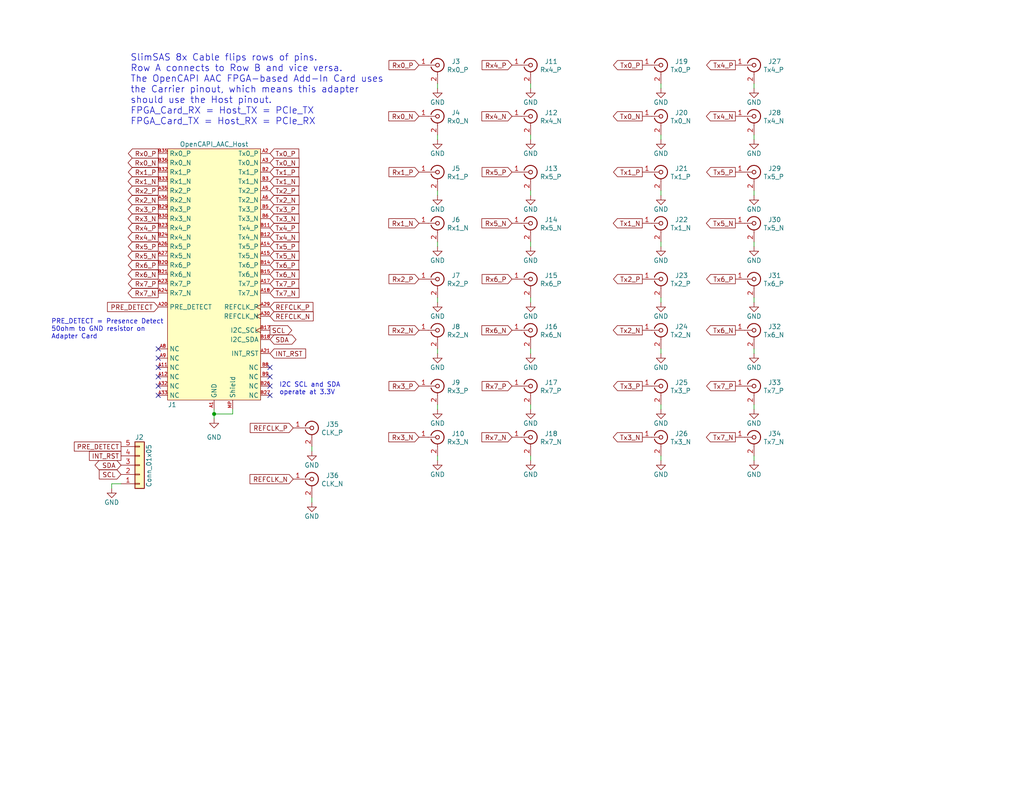
<source format=kicad_sch>
(kicad_sch (version 20230121) (generator eeschema)
  (paper "USLetter")
  (title_block (title "PCI-Express to SlimSAS 8x Adapter") (rev "A") (company "mwrnd") (comment 1 "github.com/mwrnd/SlimSAS8x_Breakout") (comment 2 "SlimSAS 8x Breakout"))
  (lib_symbols
    (symbol "Connector:Conn_Coaxial" (pin_names (offset 1.016) hide)
      (property "Reference" "J" (at 0.254 3.048 0))
      (property "Value" "Conn_Coaxial" (at 2.921 0 90))
      (symbol "Conn_Coaxial_0_1"
        (arc (start -1.778 -0.508) (mid 0.2311 -1.8066) (end 1.778 0) (stroke (width 0.254)))
        (polyline (pts (xy -2.54 0) (xy -0.508 0)))
        (polyline (pts (xy 0 -2.54) (xy 0 -1.778)))
        (circle (center 0 0) (radius 0.508) (stroke (width 0.2032)))
        (arc (start 1.778 0) (mid 0.2099 1.8101) (end -1.778 0.508) (stroke (width 0.254)))
      )
      (symbol "Conn_Coaxial_1_1"
        (pin passive line (at -5.08 0 0) (length 2.54) (name "In") (number "1"))
        (pin passive line (at 0 -5.08 90) (length 2.54) (name "Ext") (number "2"))
      )
    )
    (symbol "Connector_Generic:Conn_01x05" (pin_names (offset 1.016) hide)
      (property "Reference" "J" (at 0 7.62 0))
      (property "Value" "Conn_01x05" (at 0 -7.62 0))
      (symbol "Conn_01x05_1_1"
        (rectangle (start -1.27 -4.953) (end 0 -5.207) (stroke (width 0.1524)))
        (rectangle (start -1.27 -2.413) (end 0 -2.667) (stroke (width 0.1524)))
        (rectangle (start -1.27 0.127) (end 0 -0.127) (stroke (width 0.1524)))
        (rectangle (start -1.27 2.667) (end 0 2.413) (stroke (width 0.1524)))
        (rectangle (start -1.27 5.207) (end 0 4.953) (stroke (width 0.1524)))
        (rectangle (start -1.27 6.35) (end 1.27 -6.35) (stroke (width 0.254)) (fill (type background)))
        (pin passive line (at -5.08 5.08 0) (length 3.81) (name "Pin_1") (number "1"))
        (pin passive line (at -5.08 2.54 0) (length 3.81) (name "Pin_2") (number "2"))
        (pin passive line (at -5.08 0 0) (length 3.81) (name "Pin_3") (number "3"))
        (pin passive line (at -5.08 -2.54 0) (length 3.81) (name "Pin_4") (number "4"))
        (pin passive line (at -5.08 -5.08 0) (length 3.81) (name "Pin_5") (number "5"))
      )
    )
    (symbol "OpenCAPI_AAC:OpenCAPI_AAC_Host"
      (property "Reference" "J" (at 10.16 -35.56 0))
      (property "Value" "OpenCAPI_AAC_Host" (at 0 35.56 0))
      (symbol "OpenCAPI_AAC_Host_0_1"
        (rectangle (start -12.7 34.29) (end 12.7 -34.29) (fill (type background)))
      )
      (symbol "OpenCAPI_AAC_Host_1_1"
        (pin power_in line (at 0 -36.83 90) (length 2.54) (name "GND") (number "A1"))
        (pin passive line (at 0 -36.83 90) (length 2.54) hide (name "GND") (number "A10"))
        (pin unspecified line (at -15.24 -25.4 0) (length 2.54) (name "NC") (number "A11"))
        (pin unspecified line (at -15.24 -27.94 0) (length 2.54) (name "NC") (number "A12"))
        (pin passive line (at 0 -36.83 90) (length 2.54) hide (name "GND") (number "A13"))
        (pin output line (at 15.24 7.62 180) (length 2.54) (name "Tx5_P") (number "A14"))
        (pin output line (at 15.24 5.08 180) (length 2.54) (name "Tx5_N") (number "A15"))
        (pin passive line (at 0 -36.83 90) (length 2.54) hide (name "GND") (number "A16"))
        (pin output line (at 15.24 -2.54 180) (length 2.54) (name "Tx7_P") (number "A17"))
        (pin output line (at 15.24 -5.08 180) (length 2.54) (name "Tx7_N") (number "A18"))
        (pin passive line (at 0 -36.83 90) (length 2.54) hide (name "GND") (number "A19"))
        (pin output line (at 15.24 33.02 180) (length 2.54) (name "Tx0_P") (number "A2"))
        (pin input line (at -15.24 -8.89 0) (length 2.54) (name "PRE_DETECT") (number "A20"))
        (pin output line (at 15.24 -21.59 180) (length 2.54) (name "INT_RST") (number "A21"))
        (pin passive line (at 0 -36.83 90) (length 2.54) hide (name "GND") (number "A22"))
        (pin input line (at -15.24 -2.54 0) (length 2.54) (name "Rx7_P") (number "A23"))
        (pin input line (at -15.24 -5.08 0) (length 2.54) (name "Rx7_N") (number "A24"))
        (pin passive line (at 0 -36.83 90) (length 2.54) hide (name "GND") (number "A25"))
        (pin input line (at -15.24 7.62 0) (length 2.54) (name "Rx5_P") (number "A26"))
        (pin input line (at -15.24 5.08 0) (length 2.54) (name "Rx5_N") (number "A27"))
        (pin passive line (at 0 -36.83 90) (length 2.54) hide (name "GND") (number "A28"))
        (pin output clock (at 15.24 -8.89 180) (length 2.54) (name "REFCLK_P") (number "A29"))
        (pin output line (at 15.24 30.48 180) (length 2.54) (name "Tx0_N") (number "A3"))
        (pin output clock (at 15.24 -11.43 180) (length 2.54) (name "REFCLK_N") (number "A30"))
        (pin passive line (at 0 -36.83 90) (length 2.54) hide (name "GND") (number "A31"))
        (pin unspecified line (at -15.24 -30.48 0) (length 2.54) (name "NC") (number "A32"))
        (pin unspecified line (at -15.24 -33.02 0) (length 2.54) (name "NC") (number "A33"))
        (pin passive line (at 0 -36.83 90) (length 2.54) hide (name "GND") (number "A34"))
        (pin input line (at -15.24 22.86 0) (length 2.54) (name "Rx2_P") (number "A35"))
        (pin input line (at -15.24 20.32 0) (length 2.54) (name "Rx2_N") (number "A36"))
        (pin passive line (at 0 -36.83 90) (length 2.54) hide (name "GND") (number "A37"))
        (pin passive line (at 0 -36.83 90) (length 2.54) hide (name "GND") (number "A4"))
        (pin output line (at 15.24 22.86 180) (length 2.54) (name "Tx2_P") (number "A5"))
        (pin output line (at 15.24 20.32 180) (length 2.54) (name "Tx2_N") (number "A6"))
        (pin passive line (at 0 -36.83 90) (length 2.54) hide (name "GND") (number "A7"))
        (pin unspecified line (at -15.24 -20.32 0) (length 2.54) (name "NC") (number "A8"))
        (pin unspecified line (at -15.24 -22.86 0) (length 2.54) (name "NC") (number "A9"))
        (pin passive line (at 0 -36.83 90) (length 2.54) hide (name "GND") (number "B1"))
        (pin passive line (at 0 -36.83 90) (length 2.54) hide (name "GND") (number "B10"))
        (pin output line (at 15.24 12.7 180) (length 2.54) (name "Tx4_P") (number "B11"))
        (pin output line (at 15.24 10.16 180) (length 2.54) (name "Tx4_N") (number "B12"))
        (pin passive line (at 0 -36.83 90) (length 2.54) hide (name "GND") (number "B13"))
        (pin output line (at 15.24 2.54 180) (length 2.54) (name "Tx6_P") (number "B14"))
        (pin output line (at 15.24 0 180) (length 2.54) (name "Tx6_N") (number "B15"))
        (pin passive line (at 0 -36.83 90) (length 2.54) hide (name "GND") (number "B16"))
        (pin output clock (at 15.24 -15.24 180) (length 2.54) (name "I2C_SCL") (number "B17"))
        (pin bidirectional line (at 15.24 -17.78 180) (length 2.54) (name "I2C_SDA") (number "B18"))
        (pin passive line (at 0 -36.83 90) (length 2.54) hide (name "GND") (number "B19"))
        (pin output line (at 15.24 27.94 180) (length 2.54) (name "Tx1_P") (number "B2"))
        (pin input line (at -15.24 2.54 0) (length 2.54) (name "Rx6_P") (number "B20"))
        (pin input line (at -15.24 0 0) (length 2.54) (name "Rx6_N") (number "B21"))
        (pin passive line (at 0 -36.83 90) (length 2.54) hide (name "GND") (number "B22"))
        (pin input line (at -15.24 12.7 0) (length 2.54) (name "Rx4_P") (number "B23"))
        (pin input line (at -15.24 10.16 0) (length 2.54) (name "Rx4_N") (number "B24"))
        (pin passive line (at 0 -36.83 90) (length 2.54) hide (name "GND") (number "B25"))
        (pin unspecified line (at 15.24 -30.48 180) (length 2.54) (name "NC") (number "B26"))
        (pin unspecified line (at 15.24 -33.02 180) (length 2.54) (name "NC") (number "B27"))
        (pin passive line (at 0 -36.83 90) (length 2.54) hide (name "GND") (number "B28"))
        (pin input line (at -15.24 17.78 0) (length 2.54) (name "Rx3_P") (number "B29"))
        (pin output line (at 15.24 25.4 180) (length 2.54) (name "Tx1_N") (number "B3"))
        (pin input line (at -15.24 15.24 0) (length 2.54) (name "Rx3_N") (number "B30"))
        (pin passive line (at 0 -36.83 90) (length 2.54) hide (name "GND") (number "B31"))
        (pin input line (at -15.24 27.94 0) (length 2.54) (name "Rx1_P") (number "B32"))
        (pin input line (at -15.24 25.4 0) (length 2.54) (name "Rx1_N") (number "B33"))
        (pin passive line (at 0 -36.83 90) (length 2.54) hide (name "GND") (number "B34"))
        (pin input line (at -15.24 33.02 0) (length 2.54) (name "Rx0_P") (number "B35"))
        (pin input line (at -15.24 30.48 0) (length 2.54) (name "Rx0_N") (number "B36"))
        (pin passive line (at 0 -36.83 90) (length 2.54) hide (name "GND") (number "B37"))
        (pin passive line (at 0 -36.83 90) (length 2.54) hide (name "GND") (number "B4"))
        (pin output line (at 15.24 17.78 180) (length 2.54) (name "Tx3_P") (number "B5"))
        (pin output line (at 15.24 15.24 180) (length 2.54) (name "Tx3_N") (number "B6"))
        (pin passive line (at 0 -36.83 90) (length 2.54) hide (name "GND") (number "B7"))
        (pin unspecified line (at 15.24 -25.4 180) (length 2.54) (name "NC") (number "B8"))
        (pin unspecified line (at 15.24 -27.94 180) (length 2.54) (name "NC") (number "B9"))
        (pin passive line (at 5.08 -36.83 90) (length 2.54) (name "Shield") (number "MP"))
      )
    )
    (symbol "power:GND" (power) (pin_names (offset 0))
      (property "Value" "GND" (at 0 -3.81 0))
      (symbol "GND_0_1"
        (polyline (pts (xy 0 0) (xy 0 -1.27) (xy 1.27 -1.27) (xy 0 -2.54) (xy -1.27 -1.27) (xy 0 -1.27)))
      )
      (symbol "GND_1_1"
        (pin power_in line (at 0 0 270) (length 0) hide (name "GND") (number "1"))
      )
    )
  )
  (junction (at 58.42 113.03))
  (no_connect (at 43.18 100.33))
  (no_connect (at 73.66 100.33))
  (no_connect (at 43.18 95.25))
  (no_connect (at 43.18 102.87))
  (no_connect (at 43.18 107.95))
  (no_connect (at 73.66 107.95))
  (no_connect (at 43.18 97.79))
  (no_connect (at 43.18 105.41))
  (no_connect (at 73.66 105.41))
  (no_connect (at 73.66 102.87))
  (wire (pts (xy 119.38 81.28) (xy 119.38 82.55)))
  (wire (pts (xy 119.38 95.25) (xy 119.38 96.52)))
  (wire (pts (xy 144.78 110.49) (xy 144.78 111.76)))
  (wire (pts (xy 85.09 135.89) (xy 85.09 137.16)))
  (wire (pts (xy 205.74 110.49) (xy 205.74 111.76)))
  (wire (pts (xy 205.74 52.07) (xy 205.74 53.34)))
  (wire (pts (xy 205.74 36.83) (xy 205.74 38.1)))
  (wire (pts (xy 144.78 81.28) (xy 144.78 82.55)))
  (wire (pts (xy 144.78 66.04) (xy 144.78 67.31)))
  (wire (pts (xy 119.38 22.86) (xy 119.38 24.13)))
  (wire (pts (xy 119.38 110.49) (xy 119.38 111.76)))
  (wire (pts (xy 180.34 110.49) (xy 180.34 111.76)))
  (wire (pts (xy 144.78 52.07) (xy 144.78 53.34)))
  (wire (pts (xy 144.78 22.86) (xy 144.78 24.13)))
  (wire (pts (xy 180.34 36.83) (xy 180.34 38.1)))
  (wire (pts (xy 180.34 22.86) (xy 180.34 24.13)))
  (wire (pts (xy 205.74 95.25) (xy 205.74 96.52)))
  (wire (pts (xy 205.74 66.04) (xy 205.74 67.31)))
  (wire (pts (xy 33.02 132.08) (xy 30.48 132.08)))
  (wire (pts (xy 30.48 132.08) (xy 30.48 133.35)))
  (wire (pts (xy 205.74 124.46) (xy 205.74 125.73)))
  (wire (pts (xy 144.78 95.25) (xy 144.78 96.52)))
  (wire (pts (xy 144.78 124.46) (xy 144.78 125.73)))
  (wire (pts (xy 205.74 22.86) (xy 205.74 24.13)))
  (wire (pts (xy 180.34 52.07) (xy 180.34 53.34)))
  (wire (pts (xy 180.34 66.04) (xy 180.34 67.31)))
  (wire (pts (xy 180.34 95.25) (xy 180.34 96.52)))
  (wire (pts (xy 119.38 124.46) (xy 119.38 125.73)))
  (wire (pts (xy 180.34 124.46) (xy 180.34 125.73)))
  (wire (pts (xy 205.74 81.28) (xy 205.74 82.55)))
  (wire (pts (xy 144.78 36.83) (xy 144.78 38.1)))
  (wire (pts (xy 119.38 52.07) (xy 119.38 53.34)))
  (wire (pts (xy 180.34 81.28) (xy 180.34 82.55)))
  (wire (pts (xy 58.42 113.03) (xy 63.5 113.03)))
  (wire (pts (xy 58.42 111.76) (xy 58.42 113.03)))
  (wire (pts (xy 58.42 113.03) (xy 58.42 114.3)))
  (wire (pts (xy 63.5 111.76) (xy 63.5 113.03)))
  (wire (pts (xy 85.09 121.92) (xy 85.09 123.19)))
  (wire (pts (xy 119.38 36.83) (xy 119.38 38.1)))
  (wire (pts (xy 119.38 66.04) (xy 119.38 67.31)))
  (text "I2C SCL and SDA\noperate at 3.3V" (at 76.2 107.95 0) (effects (font (size 1.27 1.27)) (justify left bottom)))
  (text "SlimSAS 8x Cable flips rows of pins.\nRow A connects to Row B and vice versa.\nThe OpenCAPI AAC FPGA-based Add-In Card uses\nthe Carrier pinout, which means this adapter\nshould use the Host pinout.\nFPGA_Card_RX = Host_TX = PCIe_TX\nFPGA_Card_TX = Host_RX = PCIe_RX" (at 35.56 34.29 0) (effects (font (size 1.8 1.8)) (justify left bottom)))
  (text "PRE_DETECT = Presence Detect\n50ohm to GND resistor on\nAdapter Card\n" (at 13.97 92.71 0) (effects (font (size 1.27 1.27)) (justify left bottom)))
  (global_label "Rx7_N" (shape input) (at 139.7 119.38 180) (property "Intersheetrefs" "${INTERSHEET_REFS}" (effects hide)))
  (global_label "Rx3_P" (shape output) (at 43.18 57.15 180) (property "Intersheetrefs" "${INTERSHEET_REFS}" (effects hide)))
  (global_label "Rx2_P" (shape input) (at 114.3 76.2 180) (property "Intersheetrefs" "${INTERSHEET_REFS}" (effects hide)))
  (global_label "Rx1_P" (shape output) (at 43.18 46.99 180) (property "Intersheetrefs" "${INTERSHEET_REFS}" (effects hide)))
  (global_label "Rx0_N" (shape output) (at 43.18 44.45 180) (property "Intersheetrefs" "${INTERSHEET_REFS}" (effects hide)))
  (global_label "Rx1_P" (shape input) (at 114.3 46.99 180) (property "Intersheetrefs" "${INTERSHEET_REFS}" (effects hide)))
  (global_label "SCL" (shape output) (at 73.66 90.17 0) (property "Intersheetrefs" "${INTERSHEET_REFS}" (effects hide)))
  (global_label "REFCLK_P" (shape input) (at 80.01 116.84 180) (property "Intersheetrefs" "${INTERSHEET_REFS}" (effects hide)))
  (global_label "Rx6_P" (shape output) (at 43.18 72.39 180) (property "Intersheetrefs" "${INTERSHEET_REFS}" (effects hide)))
  (global_label "Tx7_P" (shape output) (at 200.66 105.41 180) (property "Intersheetrefs" "${INTERSHEET_REFS}" (effects hide)))
  (global_label "Tx1_P" (shape output) (at 175.26 46.99 180) (property "Intersheetrefs" "${INTERSHEET_REFS}" (effects hide)))
  (global_label "Rx0_N" (shape input) (at 114.3 31.75 180) (property "Intersheetrefs" "${INTERSHEET_REFS}" (effects hide)))
  (global_label "Rx3_N" (shape output) (at 43.18 59.69 180) (property "Intersheetrefs" "${INTERSHEET_REFS}" (effects hide)))
  (global_label "Rx2_N" (shape input) (at 114.3 90.17 180) (property "Intersheetrefs" "${INTERSHEET_REFS}" (effects hide)))
  (global_label "Tx7_N" (shape input) (at 73.66 80.01 0) (property "Intersheetrefs" "${INTERSHEET_REFS}" (effects hide)))
  (global_label "Tx3_N" (shape input) (at 73.66 59.69 0) (property "Intersheetrefs" "${INTERSHEET_REFS}" (effects hide)))
  (global_label "Tx5_P" (shape output) (at 200.66 46.99 180) (property "Intersheetrefs" "${INTERSHEET_REFS}" (effects hide)))
  (global_label "Tx4_P" (shape output) (at 200.66 17.78 180) (property "Intersheetrefs" "${INTERSHEET_REFS}" (effects hide)))
  (global_label "Rx1_N" (shape input) (at 114.3 60.96 180) (property "Intersheetrefs" "${INTERSHEET_REFS}" (effects hide)))
  (global_label "Rx2_N" (shape output) (at 43.18 54.61 180) (property "Intersheetrefs" "${INTERSHEET_REFS}" (effects hide)))
  (global_label "Tx6_N" (shape output) (at 200.66 90.17 180) (property "Intersheetrefs" "${INTERSHEET_REFS}" (effects hide)))
  (global_label "Tx3_P" (shape output) (at 175.26 105.41 180) (property "Intersheetrefs" "${INTERSHEET_REFS}" (effects hide)))
  (global_label "Rx7_P" (shape output) (at 43.18 77.47 180) (property "Intersheetrefs" "${INTERSHEET_REFS}" (effects hide)))
  (global_label "Rx5_P" (shape input) (at 139.7 46.99 180) (property "Intersheetrefs" "${INTERSHEET_REFS}" (effects hide)))
  (global_label "Tx0_P" (shape input) (at 73.66 41.91 0) (property "Intersheetrefs" "${INTERSHEET_REFS}" (effects hide)))
  (global_label "Rx5_N" (shape output) (at 43.18 69.85 180) (property "Intersheetrefs" "${INTERSHEET_REFS}" (effects hide)))
  (global_label "SDA" (shape bidirectional) (at 33.02 127 180) (property "Intersheetrefs" "${INTERSHEET_REFS}" (effects hide)))
  (global_label "Tx1_N" (shape input) (at 73.66 49.53 0) (property "Intersheetrefs" "${INTERSHEET_REFS}" (effects hide)))
  (global_label "REFCLK_P" (shape input) (at 73.66 83.82 0) (property "Intersheetrefs" "${INTERSHEET_REFS}" (effects hide)))
  (global_label "Rx6_N" (shape input) (at 139.7 90.17 180) (property "Intersheetrefs" "${INTERSHEET_REFS}" (effects hide)))
  (global_label "Tx5_N" (shape input) (at 73.66 69.85 0) (property "Intersheetrefs" "${INTERSHEET_REFS}" (effects hide)))
  (global_label "Tx4_N" (shape output) (at 200.66 31.75 180) (property "Intersheetrefs" "${INTERSHEET_REFS}" (effects hide)))
  (global_label "Tx4_N" (shape input) (at 73.66 64.77 0) (property "Intersheetrefs" "${INTERSHEET_REFS}" (effects hide)))
  (global_label "Rx6_N" (shape output) (at 43.18 74.93 180) (property "Intersheetrefs" "${INTERSHEET_REFS}" (effects hide)))
  (global_label "Rx2_P" (shape output) (at 43.18 52.07 180) (property "Intersheetrefs" "${INTERSHEET_REFS}" (effects hide)))
  (global_label "Rx5_N" (shape input) (at 139.7 60.96 180) (property "Intersheetrefs" "${INTERSHEET_REFS}" (effects hide)))
  (global_label "Rx0_P" (shape input) (at 114.3 17.78 180) (property "Intersheetrefs" "${INTERSHEET_REFS}" (effects hide)))
  (global_label "INT_RST" (shape input) (at 73.66 96.52 0) (property "Intersheetrefs" "${INTERSHEET_REFS}" (effects hide)))
  (global_label "Tx2_P" (shape output) (at 175.26 76.2 180) (property "Intersheetrefs" "${INTERSHEET_REFS}" (effects hide)))
  (global_label "Rx4_N" (shape output) (at 43.18 64.77 180) (property "Intersheetrefs" "${INTERSHEET_REFS}" (effects hide)))
  (global_label "Tx1_P" (shape input) (at 73.66 46.99 0) (property "Intersheetrefs" "${INTERSHEET_REFS}" (effects hide)))
  (global_label "REFCLK_N" (shape input) (at 80.01 130.81 180) (property "Intersheetrefs" "${INTERSHEET_REFS}" (effects hide)))
  (global_label "Tx6_P" (shape output) (at 200.66 76.2 180) (property "Intersheetrefs" "${INTERSHEET_REFS}" (effects hide)))
  (global_label "Rx7_N" (shape output) (at 43.18 80.01 180) (property "Intersheetrefs" "${INTERSHEET_REFS}" (effects hide)))
  (global_label "Tx2_N" (shape output) (at 175.26 90.17 180) (property "Intersheetrefs" "${INTERSHEET_REFS}" (effects hide)))
  (global_label "Tx0_P" (shape output) (at 175.26 17.78 180) (property "Intersheetrefs" "${INTERSHEET_REFS}" (effects hide)))
  (global_label "INT_RST" (shape passive) (at 33.02 124.46 180) (property "Intersheetrefs" "${INTERSHEET_REFS}" (effects hide)))
  (global_label "Tx3_P" (shape input) (at 73.66 57.15 0) (property "Intersheetrefs" "${INTERSHEET_REFS}" (effects hide)))
  (global_label "Tx1_N" (shape output) (at 175.26 60.96 180) (property "Intersheetrefs" "${INTERSHEET_REFS}" (effects hide)))
  (global_label "Rx7_P" (shape input) (at 139.7 105.41 180) (property "Intersheetrefs" "${INTERSHEET_REFS}" (effects hide)))
  (global_label "SDA" (shape bidirectional) (at 73.66 92.71 0) (property "Intersheetrefs" "${INTERSHEET_REFS}" (effects hide)))
  (global_label "Rx3_P" (shape input) (at 114.3 105.41 180) (property "Intersheetrefs" "${INTERSHEET_REFS}" (effects hide)))
  (global_label "Rx4_P" (shape output) (at 43.18 62.23 180) (property "Intersheetrefs" "${INTERSHEET_REFS}" (effects hide)))
  (global_label "Tx4_P" (shape input) (at 73.66 62.23 0) (property "Intersheetrefs" "${INTERSHEET_REFS}" (effects hide)))
  (global_label "PRE_DETECT" (shape passive) (at 33.02 121.92 180) (property "Intersheetrefs" "${INTERSHEET_REFS}" (effects hide)))
  (global_label "Tx7_P" (shape input) (at 73.66 77.47 0) (property "Intersheetrefs" "${INTERSHEET_REFS}" (effects hide)))
  (global_label "SCL" (shape input) (at 33.02 129.54 180) (property "Intersheetrefs" "${INTERSHEET_REFS}" (effects hide)))
  (global_label "PRE_DETECT" (shape input) (at 43.18 83.82 180) (property "Intersheetrefs" "${INTERSHEET_REFS}" (effects hide)))
  (global_label "Tx2_P" (shape input) (at 73.66 52.07 0) (property "Intersheetrefs" "${INTERSHEET_REFS}" (effects hide)))
  (global_label "Rx1_N" (shape output) (at 43.18 49.53 180) (property "Intersheetrefs" "${INTERSHEET_REFS}" (effects hide)))
  (global_label "Tx7_N" (shape output) (at 200.66 119.38 180) (property "Intersheetrefs" "${INTERSHEET_REFS}" (effects hide)))
  (global_label "Rx3_N" (shape input) (at 114.3 119.38 180) (property "Intersheetrefs" "${INTERSHEET_REFS}" (effects hide)))
  (global_label "Tx0_N" (shape input) (at 73.66 44.45 0) (property "Intersheetrefs" "${INTERSHEET_REFS}" (effects hide)))
  (global_label "Rx5_P" (shape output) (at 43.18 67.31 180) (property "Intersheetrefs" "${INTERSHEET_REFS}" (effects hide)))
  (global_label "Tx6_N" (shape input) (at 73.66 74.93 0) (property "Intersheetrefs" "${INTERSHEET_REFS}" (effects hide)))
  (global_label "Tx5_P" (shape input) (at 73.66 67.31 0) (property "Intersheetrefs" "${INTERSHEET_REFS}" (effects hide)))
  (global_label "Rx0_P" (shape output) (at 43.18 41.91 180) (property "Intersheetrefs" "${INTERSHEET_REFS}" (effects hide)))
  (global_label "Tx2_N" (shape input) (at 73.66 54.61 0) (property "Intersheetrefs" "${INTERSHEET_REFS}" (effects hide)))
  (global_label "Rx4_N" (shape input) (at 139.7 31.75 180) (property "Intersheetrefs" "${INTERSHEET_REFS}" (effects hide)))
  (global_label "REFCLK_N" (shape input) (at 73.66 86.36 0) (property "Intersheetrefs" "${INTERSHEET_REFS}" (effects hide)))
  (global_label "Rx6_P" (shape input) (at 139.7 76.2 180) (property "Intersheetrefs" "${INTERSHEET_REFS}" (effects hide)))
  (global_label "Tx6_P" (shape input) (at 73.66 72.39 0) (property "Intersheetrefs" "${INTERSHEET_REFS}" (effects hide)))
  (global_label "Tx0_N" (shape output) (at 175.26 31.75 180) (property "Intersheetrefs" "${INTERSHEET_REFS}" (effects hide)))
  (global_label "Tx3_N" (shape output) (at 175.26 119.38 180) (property "Intersheetrefs" "${INTERSHEET_REFS}" (effects hide)))
  (global_label "Rx4_P" (shape input) (at 139.7 17.78 180) (property "Intersheetrefs" "${INTERSHEET_REFS}" (effects hide)))
  (global_label "Tx5_N" (shape output) (at 200.66 60.96 180) (property "Intersheetrefs" "${INTERSHEET_REFS}" (effects hide)))
  (symbol (lib_id "Connector:Conn_Coaxial") (at 180.34 76.2 0) (unit 1)
    (property "Reference" "J23" (at 184.15 75.2231 0) (effects (justify left)))
    (property "Value" "Tx2_P" (at 182.88 77.47 0) (effects (justify left)))
    (property "Footprint" "U.FL_w_Label:U.FL_Hirose_w_Label" (effects hide))
    (property "Datasheet" " ~" (effects hide))
  )
  (symbol (lib_id "Connector:Conn_Coaxial") (at 119.38 17.78 0) (unit 1)
    (property "Reference" "J3" (at 123.19 16.8031 0) (effects (justify left)))
    (property "Value" "Rx0_P" (at 121.92 19.05 0) (effects (justify left)))
    (property "Footprint" "U.FL_w_Label:U.FL_Hirose_w_Label" (effects hide))
    (property "Datasheet" " ~" (effects hide))
  )
  (symbol (lib_id "Connector:Conn_Coaxial") (at 205.74 119.38 0) (unit 1)
    (property "Reference" "J34" (at 209.55 118.4031 0) (effects (justify left)))
    (property "Value" "Tx7_N" (at 208.28 120.65 0) (effects (justify left)))
    (property "Footprint" "U.FL_w_Label:U.FL_Hirose_w_Label" (effects hide))
    (property "Datasheet" " ~" (effects hide))
  )
  (symbol (lib_id "power:GND") (at 180.34 96.52 0) (unit 1)
    (property "Reference" "#PWR023" (effects hide))
    (property "Value" "GND" (at 180.34 100.33 0))
  )
  (symbol (lib_id "Connector:Conn_Coaxial") (at 144.78 31.75 0) (unit 1)
    (property "Reference" "J12" (at 148.59 30.7731 0) (effects (justify left)))
    (property "Value" "Rx4_N" (at 147.32 33.02 0) (effects (justify left)))
    (property "Footprint" "U.FL_w_Label:U.FL_Hirose_w_Label" (effects hide))
    (property "Datasheet" " ~" (effects hide))
  )
  (symbol (lib_id "power:GND") (at 180.34 24.13 0) (unit 1)
    (property "Reference" "#PWR018" (effects hide))
    (property "Value" "GND" (at 180.34 27.94 0))
  )
  (symbol (lib_id "power:GND") (at 144.78 125.73 0) (unit 1)
    (property "Reference" "#PWR017" (effects hide))
    (property "Value" "GND" (at 144.78 129.54 0))
  )
  (symbol (lib_id "power:GND") (at 205.74 53.34 0) (unit 1)
    (property "Reference" "#PWR028" (effects hide))
    (property "Value" "GND" (at 205.74 57.15 0))
  )
  (symbol (lib_id "power:GND") (at 180.34 125.73 0) (unit 1)
    (property "Reference" "#PWR025" (effects hide))
    (property "Value" "GND" (at 180.34 129.54 0))
  )
  (symbol (lib_id "Connector:Conn_Coaxial") (at 144.78 105.41 0) (unit 1)
    (property "Reference" "J17" (at 148.59 104.4331 0) (effects (justify left)))
    (property "Value" "Rx7_P" (at 147.32 106.68 0) (effects (justify left)))
    (property "Footprint" "U.FL_w_Label:U.FL_Hirose_w_Label" (effects hide))
    (property "Datasheet" " ~" (effects hide))
  )
  (symbol (lib_id "power:GND") (at 119.38 67.31 0) (unit 1)
    (property "Reference" "#PWR03" (effects hide))
    (property "Value" "GND" (at 119.38 71.12 0))
  )
  (symbol (lib_id "power:GND") (at 180.34 111.76 0) (unit 1)
    (property "Reference" "#PWR024" (effects hide))
    (property "Value" "GND" (at 180.34 115.57 0))
  )
  (symbol (lib_id "power:GND") (at 119.38 53.34 0) (unit 1)
    (property "Reference" "#PWR02" (effects hide))
    (property "Value" "GND" (at 119.38 57.15 0))
  )
  (symbol (lib_id "Connector:Conn_Coaxial") (at 119.38 119.38 0) (unit 1)
    (property "Reference" "J10" (at 123.19 118.4031 0) (effects (justify left)))
    (property "Value" "Rx3_N" (at 121.92 120.65 0) (effects (justify left)))
    (property "Footprint" "U.FL_w_Label:U.FL_Hirose_w_Label" (effects hide))
    (property "Datasheet" " ~" (effects hide))
  )
  (symbol (lib_id "Connector:Conn_Coaxial") (at 144.78 90.17 0) (unit 1)
    (property "Reference" "J16" (at 148.59 89.1931 0) (effects (justify left)))
    (property "Value" "Rx6_N" (at 147.32 91.44 0) (effects (justify left)))
    (property "Footprint" "U.FL_w_Label:U.FL_Hirose_w_Label" (effects hide))
    (property "Datasheet" " ~" (effects hide))
  )
  (symbol (lib_id "Connector:Conn_Coaxial") (at 119.38 31.75 0) (unit 1)
    (property "Reference" "J4" (at 123.19 30.7731 0) (effects (justify left)))
    (property "Value" "Rx0_N" (at 121.92 33.02 0) (effects (justify left)))
    (property "Footprint" "U.FL_w_Label:U.FL_Hirose_w_Label" (effects hide))
    (property "Datasheet" " ~" (effects hide))
  )
  (symbol (lib_id "power:GND") (at 144.78 38.1 0) (unit 1)
    (property "Reference" "#PWR011" (effects hide))
    (property "Value" "GND" (at 144.78 41.91 0))
  )
  (symbol (lib_id "Connector:Conn_Coaxial") (at 205.74 76.2 0) (unit 1)
    (property "Reference" "J31" (at 209.55 75.2231 0) (effects (justify left)))
    (property "Value" "Tx6_P" (at 208.28 77.47 0) (effects (justify left)))
    (property "Footprint" "U.FL_w_Label:U.FL_Hirose_w_Label" (effects hide))
    (property "Datasheet" " ~" (effects hide))
  )
  (symbol (lib_id "Connector:Conn_Coaxial") (at 144.78 76.2 0) (unit 1)
    (property "Reference" "J15" (at 148.59 75.2231 0) (effects (justify left)))
    (property "Value" "Rx6_P" (at 147.32 77.47 0) (effects (justify left)))
    (property "Footprint" "U.FL_w_Label:U.FL_Hirose_w_Label" (effects hide))
    (property "Datasheet" " ~" (effects hide))
  )
  (symbol (lib_id "Connector:Conn_Coaxial") (at 205.74 31.75 0) (unit 1)
    (property "Reference" "J28" (at 209.55 30.7731 0) (effects (justify left)))
    (property "Value" "Tx4_N" (at 208.28 33.02 0) (effects (justify left)))
    (property "Footprint" "U.FL_w_Label:U.FL_Hirose_w_Label" (effects hide))
    (property "Datasheet" " ~" (effects hide))
  )
  (symbol (lib_id "power:GND") (at 85.09 137.16 0) (unit 1)
    (property "Reference" "#PWR035" (effects hide))
    (property "Value" "GND" (at 85.09 140.97 0))
  )
  (symbol (lib_id "Connector:Conn_Coaxial") (at 119.38 46.99 0) (unit 1)
    (property "Reference" "J5" (at 123.19 46.0131 0) (effects (justify left)))
    (property "Value" "Rx1_P" (at 121.92 48.26 0) (effects (justify left)))
    (property "Footprint" "U.FL_w_Label:U.FL_Hirose_w_Label" (effects hide))
    (property "Datasheet" " ~" (effects hide))
  )
  (symbol (lib_id "Connector:Conn_Coaxial") (at 180.34 17.78 0) (unit 1)
    (property "Reference" "J19" (at 184.15 16.8031 0) (effects (justify left)))
    (property "Value" "Tx0_P" (at 182.88 19.05 0) (effects (justify left)))
    (property "Footprint" "U.FL_w_Label:U.FL_Hirose_w_Label" (effects hide))
    (property "Datasheet" " ~" (effects hide))
  )
  (symbol (lib_id "Connector:Conn_Coaxial") (at 180.34 105.41 0) (unit 1)
    (property "Reference" "J25" (at 184.15 104.4331 0) (effects (justify left)))
    (property "Value" "Tx3_P" (at 182.88 106.68 0) (effects (justify left)))
    (property "Footprint" "U.FL_w_Label:U.FL_Hirose_w_Label" (effects hide))
    (property "Datasheet" " ~" (effects hide))
  )
  (symbol (lib_id "power:GND") (at 144.78 96.52 0) (unit 1)
    (property "Reference" "#PWR015" (effects hide))
    (property "Value" "GND" (at 144.78 100.33 0))
  )
  (symbol (lib_id "power:GND") (at 180.34 53.34 0) (unit 1)
    (property "Reference" "#PWR020" (effects hide))
    (property "Value" "GND" (at 180.34 57.15 0))
  )
  (symbol (lib_id "Connector:Conn_Coaxial") (at 180.34 46.99 0) (unit 1)
    (property "Reference" "J21" (at 184.15 46.0131 0) (effects (justify left)))
    (property "Value" "Tx1_P" (at 182.88 48.26 0) (effects (justify left)))
    (property "Footprint" "U.FL_w_Label:U.FL_Hirose_w_Label" (effects hide))
    (property "Datasheet" " ~" (effects hide))
  )
  (symbol (lib_id "power:GND") (at 119.38 111.76 0) (unit 1)
    (property "Reference" "#PWR08" (effects hide))
    (property "Value" "GND" (at 119.38 115.57 0))
  )
  (symbol (lib_id "power:GND") (at 119.38 125.73 0) (unit 1)
    (property "Reference" "#PWR09" (effects hide))
    (property "Value" "GND" (at 119.38 129.54 0))
  )
  (symbol (lib_id "Connector:Conn_Coaxial") (at 180.34 60.96 0) (unit 1)
    (property "Reference" "J22" (at 184.15 59.9831 0) (effects (justify left)))
    (property "Value" "Tx1_N" (at 182.88 62.23 0) (effects (justify left)))
    (property "Footprint" "U.FL_w_Label:U.FL_Hirose_w_Label" (effects hide))
    (property "Datasheet" " ~" (effects hide))
  )
  (symbol (lib_id "Connector:Conn_Coaxial") (at 205.74 60.96 0) (unit 1)
    (property "Reference" "J30" (at 209.55 59.9831 0) (effects (justify left)))
    (property "Value" "Tx5_N" (at 208.28 62.23 0) (effects (justify left)))
    (property "Footprint" "U.FL_w_Label:U.FL_Hirose_w_Label" (effects hide))
    (property "Datasheet" " ~" (effects hide))
  )
  (symbol (lib_id "power:GND") (at 205.74 82.55 0) (unit 1)
    (property "Reference" "#PWR030" (effects hide))
    (property "Value" "GND" (at 205.74 86.36 0))
  )
  (symbol (lib_id "power:GND") (at 205.74 67.31 0) (unit 1)
    (property "Reference" "#PWR029" (effects hide))
    (property "Value" "GND" (at 205.74 71.12 0))
  )
  (symbol (lib_id "power:GND") (at 180.34 67.31 0) (unit 1)
    (property "Reference" "#PWR021" (effects hide))
    (property "Value" "GND" (at 180.34 71.12 0))
  )
  (symbol (lib_id "power:GND") (at 119.38 38.1 0) (unit 1)
    (property "Reference" "#PWR01" (effects hide))
    (property "Value" "GND" (at 119.38 41.91 0))
  )
  (symbol (lib_id "power:GND") (at 144.78 67.31 0) (unit 1)
    (property "Reference" "#PWR013" (effects hide))
    (property "Value" "GND" (at 144.78 71.12 0))
  )
  (symbol (lib_id "Connector:Conn_Coaxial") (at 119.38 76.2 0) (unit 1)
    (property "Reference" "J7" (at 123.19 75.2231 0) (effects (justify left)))
    (property "Value" "Rx2_P" (at 121.92 77.47 0) (effects (justify left)))
    (property "Footprint" "U.FL_w_Label:U.FL_Hirose_w_Label" (effects hide))
    (property "Datasheet" " ~" (effects hide))
  )
  (symbol (lib_id "power:GND") (at 180.34 38.1 0) (unit 1)
    (property "Reference" "#PWR019" (effects hide))
    (property "Value" "GND" (at 180.34 41.91 0))
  )
  (symbol (lib_id "power:GND") (at 119.38 24.13 0) (unit 1)
    (property "Reference" "#PWR0105" (effects hide))
    (property "Value" "GND" (at 119.38 27.94 0))
  )
  (symbol (lib_id "Connector:Conn_Coaxial") (at 205.74 105.41 0) (unit 1)
    (property "Reference" "J33" (at 209.55 104.4331 0) (effects (justify left)))
    (property "Value" "Tx7_P" (at 208.28 106.68 0) (effects (justify left)))
    (property "Footprint" "U.FL_w_Label:U.FL_Hirose_w_Label" (effects hide))
    (property "Datasheet" " ~" (effects hide))
  )
  (symbol (lib_id "Connector:Conn_Coaxial") (at 119.38 60.96 0) (unit 1)
    (property "Reference" "J6" (at 123.19 59.9831 0) (effects (justify left)))
    (property "Value" "Rx1_N" (at 121.92 62.23 0) (effects (justify left)))
    (property "Footprint" "U.FL_w_Label:U.FL_Hirose_w_Label" (effects hide))
    (property "Datasheet" " ~" (effects hide))
  )
  (symbol (lib_id "Connector:Conn_Coaxial") (at 144.78 119.38 0) (unit 1)
    (property "Reference" "J18" (at 148.59 118.4031 0) (effects (justify left)))
    (property "Value" "Rx7_N" (at 147.32 120.65 0) (effects (justify left)))
    (property "Footprint" "U.FL_w_Label:U.FL_Hirose_w_Label" (effects hide))
    (property "Datasheet" " ~" (effects hide))
  )
  (symbol (lib_id "power:GND") (at 180.34 82.55 0) (unit 1)
    (property "Reference" "#PWR022" (effects hide))
    (property "Value" "GND" (at 180.34 86.36 0))
  )
  (symbol (lib_id "Connector:Conn_Coaxial") (at 119.38 105.41 0) (unit 1)
    (property "Reference" "J9" (at 123.19 104.4331 0) (effects (justify left)))
    (property "Value" "Rx3_P" (at 121.92 106.68 0) (effects (justify left)))
    (property "Footprint" "U.FL_w_Label:U.FL_Hirose_w_Label" (effects hide))
    (property "Datasheet" " ~" (effects hide))
  )
  (symbol (lib_id "Connector:Conn_Coaxial") (at 119.38 90.17 0) (unit 1)
    (property "Reference" "J8" (at 123.19 89.1931 0) (effects (justify left)))
    (property "Value" "Rx2_N" (at 121.92 91.44 0) (effects (justify left)))
    (property "Footprint" "U.FL_w_Label:U.FL_Hirose_w_Label" (effects hide))
    (property "Datasheet" " ~" (effects hide))
  )
  (symbol (lib_id "power:GND") (at 144.78 53.34 0) (unit 1)
    (property "Reference" "#PWR012" (effects hide))
    (property "Value" "GND" (at 144.78 57.15 0))
  )
  (symbol (lib_id "Connector:Conn_Coaxial") (at 205.74 90.17 0) (unit 1)
    (property "Reference" "J32" (at 209.55 89.1931 0) (effects (justify left)))
    (property "Value" "Tx6_N" (at 208.28 91.44 0) (effects (justify left)))
    (property "Footprint" "U.FL_w_Label:U.FL_Hirose_w_Label" (effects hide))
    (property "Datasheet" " ~" (effects hide))
  )
  (symbol (lib_id "power:GND") (at 144.78 111.76 0) (unit 1)
    (property "Reference" "#PWR016" (effects hide))
    (property "Value" "GND" (at 144.78 115.57 0))
  )
  (symbol (lib_id "Connector:Conn_Coaxial") (at 180.34 119.38 0) (unit 1)
    (property "Reference" "J26" (at 184.15 118.4031 0) (effects (justify left)))
    (property "Value" "Tx3_N" (at 182.88 120.65 0) (effects (justify left)))
    (property "Footprint" "U.FL_w_Label:U.FL_Hirose_w_Label" (effects hide))
    (property "Datasheet" " ~" (effects hide))
  )
  (symbol (lib_id "Connector:Conn_Coaxial") (at 144.78 60.96 0) (unit 1)
    (property "Reference" "J14" (at 148.59 59.9831 0) (effects (justify left)))
    (property "Value" "Rx5_N" (at 147.32 62.23 0) (effects (justify left)))
    (property "Footprint" "U.FL_w_Label:U.FL_Hirose_w_Label" (effects hide))
    (property "Datasheet" " ~" (effects hide))
  )
  (symbol (lib_id "power:GND") (at 205.74 38.1 0) (unit 1)
    (property "Reference" "#PWR027" (effects hide))
    (property "Value" "GND" (at 205.74 41.91 0))
  )
  (symbol (lib_id "OpenCAPI_AAC:OpenCAPI_AAC_Host") (at 58.42 74.93 0) (unit 1)
    (property "Reference" "J1" (at 46.99 110.49 0))
    (property "Value" "OpenCAPI_AAC_Host" (at 58.42 39.37 0))
    (property "Footprint" "SlimSAS_8x:SlimSAS_8x_RA_U10-A474" (effects hide))
    (property "Datasheet" "adm-pcie-9v5 user manual_v1_4.pdf" (effects hide))
  )
  (symbol (lib_id "power:GND") (at 144.78 24.13 0) (unit 1)
    (property "Reference" "#PWR010" (effects hide))
    (property "Value" "GND" (at 144.78 27.94 0))
  )
  (symbol (lib_id "power:GND") (at 144.78 82.55 0) (unit 1)
    (property "Reference" "#PWR014" (effects hide))
    (property "Value" "GND" (at 144.78 86.36 0))
  )
  (symbol (lib_id "power:GND") (at 205.74 96.52 0) (unit 1)
    (property "Reference" "#PWR031" (effects hide))
    (property "Value" "GND" (at 205.74 100.33 0))
  )
  (symbol (lib_id "power:GND") (at 119.38 82.55 0) (unit 1)
    (property "Reference" "#PWR06" (effects hide))
    (property "Value" "GND" (at 119.38 86.36 0))
  )
  (symbol (lib_id "Connector:Conn_Coaxial") (at 180.34 31.75 0) (unit 1)
    (property "Reference" "J20" (at 184.15 30.7731 0) (effects (justify left)))
    (property "Value" "Tx0_N" (at 182.88 33.02 0) (effects (justify left)))
    (property "Footprint" "U.FL_w_Label:U.FL_Hirose_w_Label" (effects hide))
    (property "Datasheet" " ~" (effects hide))
  )
  (symbol (lib_id "Connector:Conn_Coaxial") (at 144.78 46.99 0) (unit 1)
    (property "Reference" "J13" (at 148.59 46.0131 0) (effects (justify left)))
    (property "Value" "Rx5_P" (at 147.32 48.26 0) (effects (justify left)))
    (property "Footprint" "U.FL_w_Label:U.FL_Hirose_w_Label" (effects hide))
    (property "Datasheet" " ~" (effects hide))
  )
  (symbol (lib_id "Connector:Conn_Coaxial") (at 205.74 17.78 0) (unit 1)
    (property "Reference" "J27" (at 209.55 16.8031 0) (effects (justify left)))
    (property "Value" "Tx4_P" (at 208.28 19.05 0) (effects (justify left)))
    (property "Footprint" "U.FL_w_Label:U.FL_Hirose_w_Label" (effects hide))
    (property "Datasheet" " ~" (effects hide))
  )
  (symbol (lib_id "power:GND") (at 205.74 125.73 0) (unit 1)
    (property "Reference" "#PWR033" (effects hide))
    (property "Value" "GND" (at 205.74 129.54 0))
  )
  (symbol (lib_id "power:GND") (at 85.09 123.19 0) (unit 1)
    (property "Reference" "#PWR034" (effects hide))
    (property "Value" "GND" (at 85.09 127 0))
  )
  (symbol (lib_id "power:GND") (at 119.38 96.52 0) (unit 1)
    (property "Reference" "#PWR07" (effects hide))
    (property "Value" "GND" (at 119.38 100.33 0))
  )
  (symbol (lib_id "Connector:Conn_Coaxial") (at 205.74 46.99 0) (unit 1)
    (property "Reference" "J29" (at 209.55 46.0131 0) (effects (justify left)))
    (property "Value" "Tx5_P" (at 208.28 48.26 0) (effects (justify left)))
    (property "Footprint" "U.FL_w_Label:U.FL_Hirose_w_Label" (effects hide))
    (property "Datasheet" " ~" (effects hide))
  )
  (symbol (lib_id "Connector:Conn_Coaxial") (at 180.34 90.17 0) (unit 1)
    (property "Reference" "J24" (at 184.15 89.1931 0) (effects (justify left)))
    (property "Value" "Tx2_N" (at 182.88 91.44 0) (effects (justify left)))
    (property "Footprint" "U.FL_w_Label:U.FL_Hirose_w_Label" (effects hide))
    (property "Datasheet" " ~" (effects hide))
  )
  (symbol (lib_id "power:GND") (at 205.74 24.13 0) (unit 1)
    (property "Reference" "#PWR026" (effects hide))
    (property "Value" "GND" (at 205.74 27.94 0))
  )
  (symbol (lib_id "Connector:Conn_Coaxial") (at 144.78 17.78 0) (unit 1)
    (property "Reference" "J11" (at 148.59 16.8031 0) (effects (justify left)))
    (property "Value" "Rx4_P" (at 147.32 19.05 0) (effects (justify left)))
    (property "Footprint" "U.FL_w_Label:U.FL_Hirose_w_Label" (effects hide))
    (property "Datasheet" " ~" (effects hide))
  )
  (symbol (lib_id "power:GND") (at 30.48 133.35 0) (unit 1)
    (property "Reference" "#PWR05" (effects hide))
    (property "Value" "GND" (at 30.48 137.16 0))
  )
  (symbol (lib_id "Connector:Conn_Coaxial") (at 85.09 130.81 0) (unit 1)
    (property "Reference" "J36" (at 88.9 129.8331 0) (effects (justify left)))
    (property "Value" "CLK_N" (at 87.63 132.08 0) (effects (justify left)))
    (property "Footprint" "U.FL_w_Label:U.FL_Hirose_w_Label" (effects hide))
    (property "Datasheet" " ~" (effects hide))
  )
  (symbol (lib_id "Connector_Generic:Conn_01x05") (at 38.1 127 0) (mirror x) (unit 1)
    (property "Reference" "J2" (at 36.83 119.38 0) (effects (justify left)))
    (property "Value" "Conn_01x05" (at 40.64 121.285 90) (effects (justify left)))
    (property "Footprint" "Connector_PinSocket_2.54mm:PinSocket_1x05_P2.54mm_Vertical" (effects hide))
  )
  (symbol (lib_id "Connector:Conn_Coaxial") (at 85.09 116.84 0) (unit 1)
    (property "Reference" "J35" (at 88.9 115.8631 0) (effects (justify left)))
    (property "Value" "CLK_P" (at 87.63 118.11 0) (effects (justify left)))
    (property "Footprint" "U.FL_w_Label:U.FL_Hirose_w_Label" (effects hide))
    (property "Datasheet" " ~" (effects hide))
  )
  (symbol (lib_id "power:GND") (at 58.42 114.3 0) (unit 1)
    (property "Reference" "#PWR0102" (effects hide))
    (property "Value" "GND" (at 58.42 119.38 0))
  )
  (symbol (lib_id "power:GND") (at 205.74 111.76 0) (unit 1)
    (property "Reference" "#PWR032" (effects hide))
    (property "Value" "GND" (at 205.74 115.57 0))
  )
)
</source>
